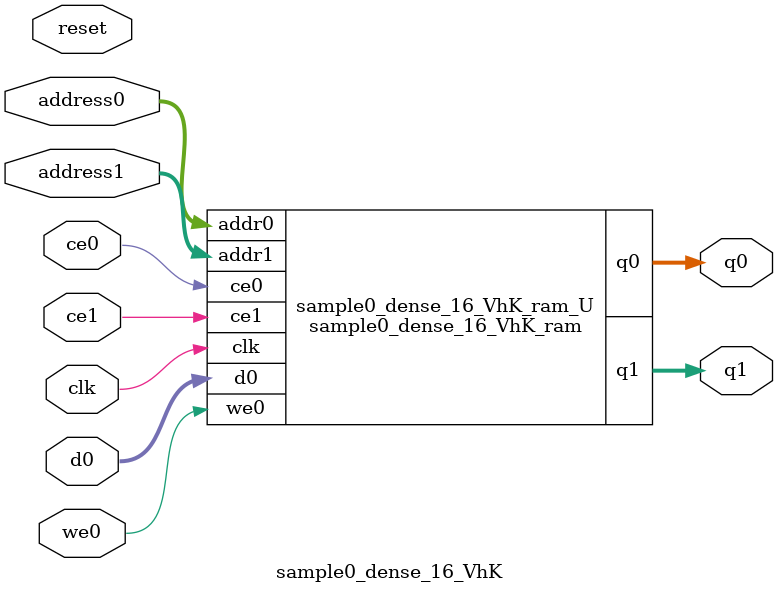
<source format=v>

`timescale 1 ns / 1 ps
module sample0_dense_16_VhK_ram (addr0, ce0, d0, we0, q0, addr1, ce1, q1,  clk);

parameter DWIDTH = 32;
parameter AWIDTH = 5;
parameter MEM_SIZE = 32;

input[AWIDTH-1:0] addr0;
input ce0;
input[DWIDTH-1:0] d0;
input we0;
output reg[DWIDTH-1:0] q0;
input[AWIDTH-1:0] addr1;
input ce1;
output reg[DWIDTH-1:0] q1;
input clk;

(* ram_style = "block" *)reg [DWIDTH-1:0] ram[0:MEM_SIZE-1];




always @(posedge clk)  
begin 
    if (ce0) 
    begin
        if (we0) 
        begin 
            ram[addr0] <= d0; 
            q0 <= d0;
        end 
        else 
            q0 <= ram[addr0];
    end
end


always @(posedge clk)  
begin 
    if (ce1) 
    begin
            q1 <= ram[addr1];
    end
end


endmodule


`timescale 1 ns / 1 ps
module sample0_dense_16_VhK(
    reset,
    clk,
    address0,
    ce0,
    we0,
    d0,
    q0,
    address1,
    ce1,
    q1);

parameter DataWidth = 32'd32;
parameter AddressRange = 32'd32;
parameter AddressWidth = 32'd5;
input reset;
input clk;
input[AddressWidth - 1:0] address0;
input ce0;
input we0;
input[DataWidth - 1:0] d0;
output[DataWidth - 1:0] q0;
input[AddressWidth - 1:0] address1;
input ce1;
output[DataWidth - 1:0] q1;



sample0_dense_16_VhK_ram sample0_dense_16_VhK_ram_U(
    .clk( clk ),
    .addr0( address0 ),
    .ce0( ce0 ),
    .we0( we0 ),
    .d0( d0 ),
    .q0( q0 ),
    .addr1( address1 ),
    .ce1( ce1 ),
    .q1( q1 ));

endmodule


</source>
